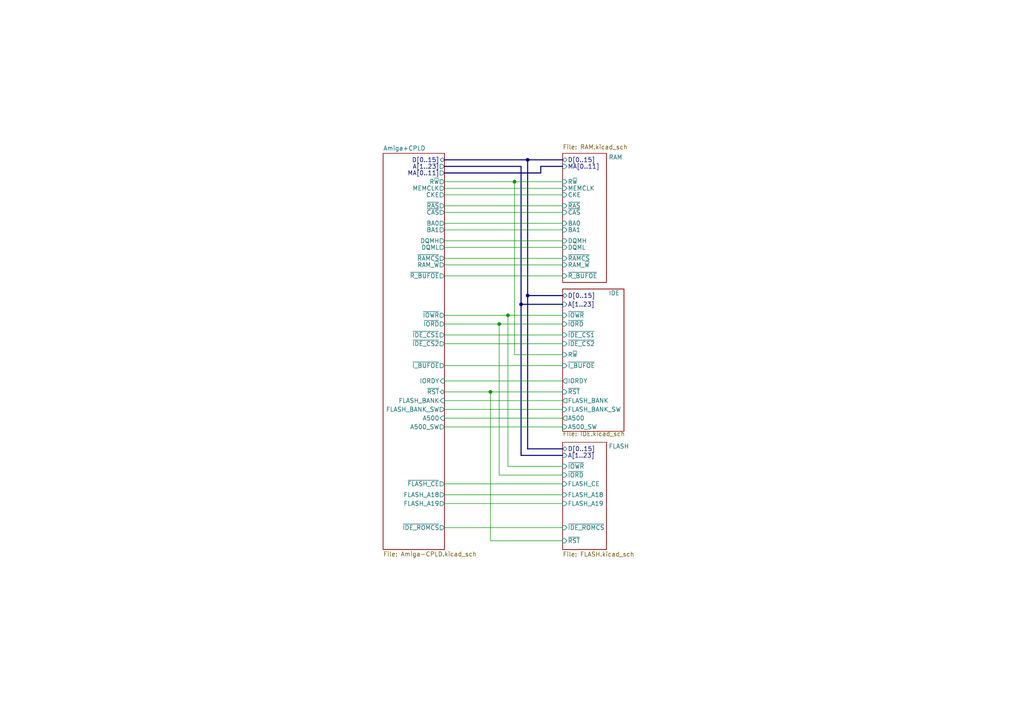
<source format=kicad_sch>
(kicad_sch (version 20211123) (generator eeschema)
  (paper "A4")
  (title_block (title "CIDER") (company "Matt Harlum"))
  (lib_symbols)
  (junction (at 142.24 113.665))
  (junction (at 153.035 85.725))
  (junction (at 151.13 88.265))
  (junction (at 149.225 52.705))
  (junction (at 144.78 93.98))
  (junction (at 153.035 46.355))
  (junction (at 147.32 91.44))
  (wire (pts (xy 144.78 93.98) (xy 144.78 137.795)))
  (wire (pts (xy 128.905 97.155) (xy 163.195 97.155)))
  (wire (pts (xy 128.905 59.69) (xy 163.195 59.69)))
  (wire (pts (xy 128.905 118.745) (xy 163.195 118.745)))
  (wire (pts (xy 128.905 56.515) (xy 163.195 56.515)))
  (wire (pts (xy 128.905 91.44) (xy 147.32 91.44)))
  (wire (pts (xy 128.905 52.705) (xy 149.225 52.705)))
  (wire (pts (xy 142.24 113.665) (xy 163.195 113.665)))
  (wire (pts (xy 149.225 52.705) (xy 163.195 52.705)))
  (bus (pts (xy 151.13 88.265) (xy 151.13 132.08)))
  (wire (pts (xy 128.905 69.85) (xy 163.195 69.85)))
  (wire (pts (xy 128.905 140.335) (xy 163.195 140.335)))
  (bus (pts (xy 151.13 48.26) (xy 151.13 88.265)))
  (wire (pts (xy 147.32 91.44) (xy 147.32 135.255)))
  (bus (pts (xy 128.905 46.355) (xy 153.035 46.355)))
  (wire (pts (xy 147.32 91.44) (xy 163.195 91.44)))
  (wire (pts (xy 128.905 106.045) (xy 163.195 106.045)))
  (wire (pts (xy 128.905 74.93) (xy 163.195 74.93)))
  (bus (pts (xy 153.035 46.355) (xy 153.035 85.725)))
  (wire (pts (xy 142.24 156.845) (xy 163.195 156.845)))
  (wire (pts (xy 128.905 66.675) (xy 163.195 66.675)))
  (wire (pts (xy 144.78 137.795) (xy 163.195 137.795)))
  (bus (pts (xy 128.905 48.26) (xy 151.13 48.26)))
  (wire (pts (xy 128.905 113.665) (xy 142.24 113.665)))
  (wire (pts (xy 128.905 99.695) (xy 163.195 99.695)))
  (bus (pts (xy 128.905 50.165) (xy 156.845 50.165)))
  (wire (pts (xy 142.24 113.665) (xy 142.24 156.845)))
  (wire (pts (xy 128.905 116.205) (xy 163.195 116.205)))
  (bus (pts (xy 153.035 130.175) (xy 163.195 130.175)))
  (bus (pts (xy 153.035 85.725) (xy 153.035 130.175)))
  (wire (pts (xy 144.78 93.98) (xy 163.195 93.98)))
  (bus (pts (xy 151.13 88.265) (xy 163.195 88.265)))
  (wire (pts (xy 149.225 102.87) (xy 149.225 52.705)))
  (wire (pts (xy 128.905 61.595) (xy 163.195 61.595)))
  (wire (pts (xy 128.905 121.285) (xy 163.195 121.285)))
  (bus (pts (xy 153.035 85.725) (xy 163.195 85.725)))
  (wire (pts (xy 128.905 153.035) (xy 163.195 153.035)))
  (wire (pts (xy 128.905 146.05) (xy 163.195 146.05)))
  (wire (pts (xy 128.905 54.61) (xy 163.195 54.61)))
  (wire (pts (xy 147.32 135.255) (xy 163.195 135.255)))
  (wire (pts (xy 163.195 102.87) (xy 149.225 102.87)))
  (wire (pts (xy 128.905 110.49) (xy 163.195 110.49)))
  (bus (pts (xy 151.13 132.08) (xy 163.195 132.08)))
  (wire (pts (xy 128.905 123.825) (xy 163.195 123.825)))
  (wire (pts (xy 128.905 76.835) (xy 163.195 76.835)))
  (wire (pts (xy 128.905 71.755) (xy 163.195 71.755)))
  (bus (pts (xy 163.195 48.26) (xy 156.845 48.26)))
  (wire (pts (xy 128.905 143.51) (xy 163.195 143.51)))
  (bus (pts (xy 153.035 46.355) (xy 163.195 46.355)))
  (wire (pts (xy 128.905 64.77) (xy 163.195 64.77)))
  (bus (pts (xy 156.845 48.26) (xy 156.845 50.165)))
  (wire (pts (xy 128.905 80.01) (xy 163.195 80.01)))
  (wire (pts (xy 128.905 93.98) (xy 144.78 93.98)))
  (sheet (at 163.195 83.82) (size 17.78 41.275) (stroke (width 0.1524))
    (property "Sheet name" "IDE" (at 176.53 85.725 0) (effects (justify left bottom)))
    (property "Sheet file" "IDE.kicad_sch" (at 163.195 125.095 0) (effects (justify left top)))
    (pin "IORDY" output (at 163.195 110.49 180))
    (pin "D[0..15]" bidirectional (at 163.195 85.725 180))
    (pin "R~{W}" input (at 163.195 102.87 180))
    (pin "~{IOWR}" input (at 163.195 91.44 180))
    (pin "~{I_BUFOE}" input (at 163.195 106.045 180))
    (pin "~{IDE_CS1}" input (at 163.195 97.155 180))
    (pin "~{IORD}" input (at 163.195 93.98 180))
    (pin "~{IDE_CS2}" input (at 163.195 99.695 180))
    (pin "A[1..23]" input (at 163.195 88.265 180))
    (pin "~{RST}" input (at 163.195 113.665 180))
    (pin "FLASH_BANK" output (at 163.195 116.205 180))
    (pin "A500" output (at 163.195 121.285 180))
    (pin "FLASH_BANK_SW" input (at 163.195 118.745 180))
    (pin "A500_SW" input (at 163.195 123.825 180))
  )
  (sheet (at 163.195 44.45) (size 12.7 37.465) (stroke (width 0.1524))
    (property "Sheet name" "RAM" (at 176.53 46.355 0) (effects (justify left bottom)))
    (property "Sheet file" "RAM.kicad_sch" (at 163.195 41.91 0) (effects (justify left top)))
    (pin "MA[0..11]" input (at 163.195 48.26 180))
    (pin "D[0..15]" bidirectional (at 163.195 46.355 180))
    (pin "CKE" input (at 163.195 56.515 180))
    (pin "R~{W}" input (at 163.195 52.705 180))
    (pin "~{R_BUFOE}" input (at 163.195 80.01 180))
    (pin "BA0" input (at 163.195 64.77 180))
    (pin "BA1" input (at 163.195 66.675 180))
    (pin "MEMCLK" input (at 163.195 54.61 180))
    (pin "~{CAS}" input (at 163.195 61.595 180))
    (pin "~{RAS}" input (at 163.195 59.69 180))
    (pin "RAM_~{W}" input (at 163.195 76.835 180))
    (pin "DQMH" input (at 163.195 69.85 180))
    (pin "~{RAMCS}" input (at 163.195 74.93 180))
    (pin "DQML" input (at 163.195 71.755 180))
  )
  (sheet (at 111.125 44.45) (size 17.78 114.935) (stroke (width 0.1524))
    (property "Sheet name" "Amiga+CPLD" (at 111.125 43.7384 0) (effects (justify left bottom)))
    (property "Sheet file" "Amiga-CPLD.kicad_sch" (at 111.125 159.9696 0) (effects (justify left top)))
    (pin "MEMCLK" output (at 128.905 54.61 0))
    (pin "A[1..23]" output (at 128.905 48.26 0))
    (pin "D[0..15]" bidirectional (at 128.905 46.355 0))
    (pin "~{R_BUFOE}" output (at 128.905 80.01 0))
    (pin "MA[0..11]" output (at 128.905 50.165 0))
    (pin "~{IDE_CS1}" output (at 128.905 97.155 0))
    (pin "~{IDE_CS2}" output (at 128.905 99.695 0))
    (pin "~{I_BUFOE}" output (at 128.905 106.045 0))
    (pin "~{IOWR}" output (at 128.905 91.44 0))
    (pin "~{IORD}" output (at 128.905 93.98 0))
    (pin "IORDY" input (at 128.905 110.49 0))
    (pin "CKE" output (at 128.905 56.515 0))
    (pin "RAM_~{W}" output (at 128.905 76.835 0))
    (pin "DQMH" output (at 128.905 69.85 0))
    (pin "DQML" output (at 128.905 71.755 0))
    (pin "~{RAMCS}" output (at 128.905 74.93 0))
    (pin "BA0" output (at 128.905 64.77 0))
    (pin "BA1" output (at 128.905 66.675 0))
    (pin "~{RAS}" output (at 128.905 59.69 0))
    (pin "~{CAS}" output (at 128.905 61.595 0))
    (pin "R~{W}" output (at 128.905 52.705 0))
    (pin "~{RST}" bidirectional (at 128.905 113.665 0))
    (pin "FLASH_A19" output (at 128.905 146.05 0))
    (pin "~{FLASH_CE}" output (at 128.905 140.335 0))
    (pin "~{IDE_ROMCS}" output (at 128.905 153.035 0))
    (pin "FLASH_A18" output (at 128.905 143.51 0))
    (pin "A500" input (at 128.905 121.285 0))
    (pin "FLASH_BANK" input (at 128.905 116.205 0))
    (pin "FLASH_BANK_SW" output (at 128.905 118.745 0))
    (pin "A500_SW" output (at 128.905 123.825 0))
  )
  (sheet (at 163.195 128.27) (size 12.7 31.115) (stroke (width 0.1524))
    (property "Sheet name" "FLASH" (at 176.53 130.175 0) (effects (justify left bottom)))
    (property "Sheet file" "FLASH.kicad_sch" (at 163.195 160.02 0) (effects (justify left top)))
    (pin "D[0..15]" bidirectional (at 163.195 130.175 180))
    (pin "A[1..23]" input (at 163.195 132.08 180))
    (pin "FLASH_A19" input (at 163.195 146.05 180))
    (pin "~{IOWR}" input (at 163.195 135.255 180))
    (pin "~{IORD}" input (at 163.195 137.795 180))
    (pin "FLASH_CE" input (at 163.195 140.335 180))
    (pin "~{RST}" input (at 163.195 156.845 180))
    (pin "~{IDE_ROMCS}" input (at 163.195 153.035 180))
    (pin "FLASH_A18" input (at 163.195 143.51 180))
  )
)
</source>
